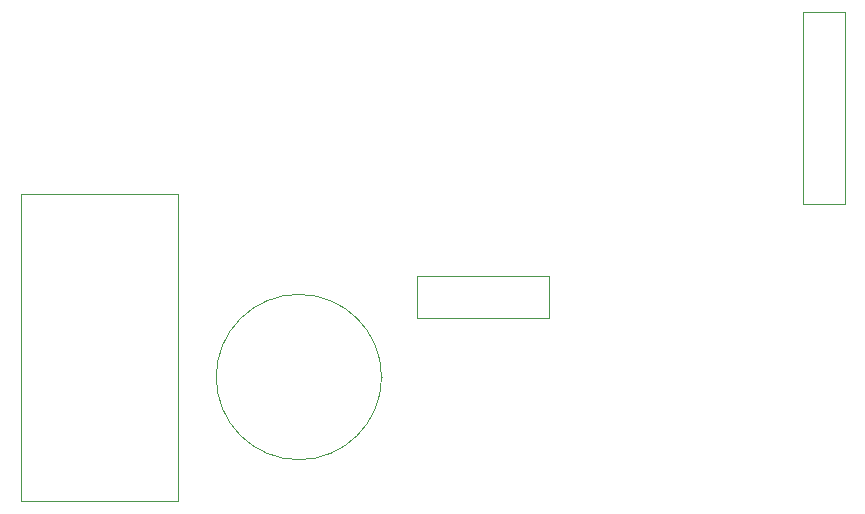
<source format=gbr>
G04 #@! TF.GenerationSoftware,KiCad,Pcbnew,(6.0.2)*
G04 #@! TF.CreationDate,2022-04-01T11:32:24+02:00*
G04 #@! TF.ProjectId,iot node,696f7420-6e6f-4646-952e-6b696361645f,rev?*
G04 #@! TF.SameCoordinates,Original*
G04 #@! TF.FileFunction,Other,User*
%FSLAX46Y46*%
G04 Gerber Fmt 4.6, Leading zero omitted, Abs format (unit mm)*
G04 Created by KiCad (PCBNEW (6.0.2)) date 2022-04-01 11:32:24*
%MOMM*%
%LPD*%
G01*
G04 APERTURE LIST*
%ADD10C,0.120000*%
%ADD11C,0.050000*%
%ADD12C,0.100000*%
G04 APERTURE END LIST*
D10*
X102550000Y-119250000D02*
X89250000Y-119250000D01*
X89250000Y-119250000D02*
X89250000Y-145250000D01*
X89250000Y-145250000D02*
X102550000Y-145250000D01*
X102550000Y-145250000D02*
X102550000Y-119250000D01*
D11*
X133950000Y-126200000D02*
X122750000Y-126200000D01*
X122750000Y-126200000D02*
X122750000Y-129750000D01*
X133950000Y-129750000D02*
X133950000Y-126200000D01*
X122750000Y-129750000D02*
X133950000Y-129750000D01*
D12*
X105750000Y-134750000D02*
X105750000Y-134750000D01*
X119750000Y-134750000D02*
X119750000Y-134750000D01*
X119750000Y-134750000D02*
G75*
G03*
X105750000Y-134750000I-7000000J0D01*
G01*
X105750000Y-134750000D02*
G75*
G03*
X119750000Y-134750000I7000000J0D01*
G01*
D11*
X158950000Y-120100000D02*
X158950000Y-103850000D01*
X158950000Y-103850000D02*
X155400000Y-103850000D01*
X155400000Y-120100000D02*
X158950000Y-120100000D01*
X155400000Y-103850000D02*
X155400000Y-120100000D01*
M02*

</source>
